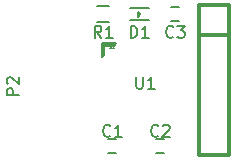
<source format=gbr>
G04 #@! TF.FileFunction,Legend,Top*
%FSLAX46Y46*%
G04 Gerber Fmt 4.6, Leading zero omitted, Abs format (unit mm)*
G04 Created by KiCad (PCBNEW (2015-02-03 BZR 5404)-product) date 2016-5-14 22:59:47*
%MOMM*%
G01*
G04 APERTURE LIST*
%ADD10C,0.150000*%
%ADD11C,0.127000*%
%ADD12C,0.304800*%
%ADD13C,0.195580*%
G04 APERTURE END LIST*
D10*
X198786000Y-155610000D02*
X199486000Y-155610000D01*
X199486000Y-156810000D02*
X198786000Y-156810000D01*
X203550000Y-156810000D02*
X202850000Y-156810000D01*
X202850000Y-155610000D02*
X203550000Y-155610000D01*
X204820000Y-145634000D02*
X204120000Y-145634000D01*
X204120000Y-144434000D02*
X204820000Y-144434000D01*
D11*
X201422000Y-145133060D02*
X201422000Y-144934940D01*
X201322940Y-144833340D02*
X201322940Y-145234660D01*
X201322940Y-145234660D02*
X201521060Y-145034000D01*
X201521060Y-145034000D02*
X201322940Y-144833340D01*
X200621900Y-144533620D02*
X202222100Y-144533620D01*
X202222100Y-145534380D02*
X200621900Y-145534380D01*
D10*
X198874000Y-145709000D02*
X197874000Y-145709000D01*
X197874000Y-144359000D02*
X198874000Y-144359000D01*
D11*
X199376000Y-147576000D02*
X198376000Y-147576000D01*
X198376000Y-147576000D02*
X198376000Y-148576000D01*
X198476000Y-148476000D02*
X198276000Y-148676000D01*
X198276000Y-148676000D02*
X198276000Y-147476000D01*
X198276000Y-147476000D02*
X199476000Y-147476000D01*
X199476000Y-147476000D02*
X199276000Y-147676000D01*
X199276000Y-147676000D02*
X198476000Y-147676000D01*
X198476000Y-147676000D02*
X198476000Y-148476000D01*
X199275700Y-147876260D02*
X199176640Y-147876260D01*
X199075040Y-147876260D02*
X198975980Y-147876260D01*
D12*
X209042000Y-146812000D02*
X206502000Y-146812000D01*
X206502000Y-156972000D02*
X206502000Y-144272000D01*
X209042000Y-144272000D02*
X209042000Y-156972000D01*
X206502000Y-144272000D02*
X209042000Y-144272000D01*
X209042000Y-156972000D02*
X206502000Y-156972000D01*
D10*
X198969334Y-155297143D02*
X198921715Y-155344762D01*
X198778858Y-155392381D01*
X198683620Y-155392381D01*
X198540762Y-155344762D01*
X198445524Y-155249524D01*
X198397905Y-155154286D01*
X198350286Y-154963810D01*
X198350286Y-154820952D01*
X198397905Y-154630476D01*
X198445524Y-154535238D01*
X198540762Y-154440000D01*
X198683620Y-154392381D01*
X198778858Y-154392381D01*
X198921715Y-154440000D01*
X198969334Y-154487619D01*
X199921715Y-155392381D02*
X199350286Y-155392381D01*
X199636000Y-155392381D02*
X199636000Y-154392381D01*
X199540762Y-154535238D01*
X199445524Y-154630476D01*
X199350286Y-154678095D01*
X203033334Y-155297143D02*
X202985715Y-155344762D01*
X202842858Y-155392381D01*
X202747620Y-155392381D01*
X202604762Y-155344762D01*
X202509524Y-155249524D01*
X202461905Y-155154286D01*
X202414286Y-154963810D01*
X202414286Y-154820952D01*
X202461905Y-154630476D01*
X202509524Y-154535238D01*
X202604762Y-154440000D01*
X202747620Y-154392381D01*
X202842858Y-154392381D01*
X202985715Y-154440000D01*
X203033334Y-154487619D01*
X203414286Y-154487619D02*
X203461905Y-154440000D01*
X203557143Y-154392381D01*
X203795239Y-154392381D01*
X203890477Y-154440000D01*
X203938096Y-154487619D01*
X203985715Y-154582857D01*
X203985715Y-154678095D01*
X203938096Y-154820952D01*
X203366667Y-155392381D01*
X203985715Y-155392381D01*
X204303334Y-146915143D02*
X204255715Y-146962762D01*
X204112858Y-147010381D01*
X204017620Y-147010381D01*
X203874762Y-146962762D01*
X203779524Y-146867524D01*
X203731905Y-146772286D01*
X203684286Y-146581810D01*
X203684286Y-146438952D01*
X203731905Y-146248476D01*
X203779524Y-146153238D01*
X203874762Y-146058000D01*
X204017620Y-146010381D01*
X204112858Y-146010381D01*
X204255715Y-146058000D01*
X204303334Y-146105619D01*
X204636667Y-146010381D02*
X205255715Y-146010381D01*
X204922381Y-146391333D01*
X205065239Y-146391333D01*
X205160477Y-146438952D01*
X205208096Y-146486571D01*
X205255715Y-146581810D01*
X205255715Y-146819905D01*
X205208096Y-146915143D01*
X205160477Y-146962762D01*
X205065239Y-147010381D01*
X204779524Y-147010381D01*
X204684286Y-146962762D01*
X204636667Y-146915143D01*
X200683905Y-147010381D02*
X200683905Y-146010381D01*
X200922000Y-146010381D01*
X201064858Y-146058000D01*
X201160096Y-146153238D01*
X201207715Y-146248476D01*
X201255334Y-146438952D01*
X201255334Y-146581810D01*
X201207715Y-146772286D01*
X201160096Y-146867524D01*
X201064858Y-146962762D01*
X200922000Y-147010381D01*
X200683905Y-147010381D01*
X202207715Y-147010381D02*
X201636286Y-147010381D01*
X201922000Y-147010381D02*
X201922000Y-146010381D01*
X201826762Y-146153238D01*
X201731524Y-146248476D01*
X201636286Y-146296095D01*
X198207334Y-147010381D02*
X197874000Y-146534190D01*
X197635905Y-147010381D02*
X197635905Y-146010381D01*
X198016858Y-146010381D01*
X198112096Y-146058000D01*
X198159715Y-146105619D01*
X198207334Y-146200857D01*
X198207334Y-146343714D01*
X198159715Y-146438952D01*
X198112096Y-146486571D01*
X198016858Y-146534190D01*
X197635905Y-146534190D01*
X199159715Y-147010381D02*
X198588286Y-147010381D01*
X198874000Y-147010381D02*
X198874000Y-146010381D01*
X198778762Y-146153238D01*
X198683524Y-146248476D01*
X198588286Y-146296095D01*
X201168095Y-150328381D02*
X201168095Y-151137905D01*
X201215714Y-151233143D01*
X201263333Y-151280762D01*
X201358571Y-151328381D01*
X201549048Y-151328381D01*
X201644286Y-151280762D01*
X201691905Y-151233143D01*
X201739524Y-151137905D01*
X201739524Y-150328381D01*
X202739524Y-151328381D02*
X202168095Y-151328381D01*
X202453809Y-151328381D02*
X202453809Y-150328381D01*
X202358571Y-150471238D01*
X202263333Y-150566476D01*
X202168095Y-150614095D01*
D13*
X191205576Y-151866782D02*
X190207356Y-151866782D01*
X190207356Y-151486507D01*
X190254890Y-151391439D01*
X190302424Y-151343904D01*
X190397493Y-151296370D01*
X190540096Y-151296370D01*
X190635164Y-151343904D01*
X190682699Y-151391439D01*
X190730233Y-151486507D01*
X190730233Y-151866782D01*
X190302424Y-150916096D02*
X190254890Y-150868562D01*
X190207356Y-150773493D01*
X190207356Y-150535822D01*
X190254890Y-150440753D01*
X190302424Y-150393219D01*
X190397493Y-150345684D01*
X190492561Y-150345684D01*
X190635164Y-150393219D01*
X191205576Y-150963630D01*
X191205576Y-150345684D01*
M02*

</source>
